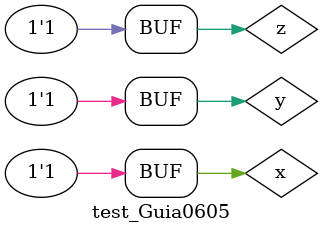
<source format=v>

module Guia0605 (output s, 
                 input  x, 
                 input  y,
                 input  z);
    assign s = (x & ~z) | (x & ~y);
endmodule 

module test_Guia0605; 
// ------------------------- definir dados 
    reg  x; 
    reg  y; 
    reg  z; // Adicionando o sinal z
    wire s;  // Corrigido para wire s 

    Guia0605 modulo05 (s, x, y, z); 

// ------------------------- parte principal 
    initial 
    begin : main 
        $display("Guia_0605 - Cauã Costa Alves - 855926"); 
        $display("Modulo da questão 5"); 
        $display("   x    y    z    s"); 
        
        $monitor("%4b %4b %4b %4b", x, y, z, s); 

        x = 1'b0;  y = 1'b0;  z = 1'b0;
        #1      x = 1'b0;  y = 1'b1;  z = 1'b0;
        #1      x = 1'b1;  y = 1'b0;  z = 1'b0;
        #1      x = 1'b1;  y = 1'b1;  z = 1'b0;
        #1      x = 1'b0;  y = 1'b0;  z = 1'b1;
        #1      x = 1'b0;  y = 1'b1;  z = 1'b1;
        #1      x = 1'b1;  y = 1'b0;  z = 1'b1;
        #1      x = 1'b1;  y = 1'b1;  z = 1'b1;
    end 

endmodule  

</source>
